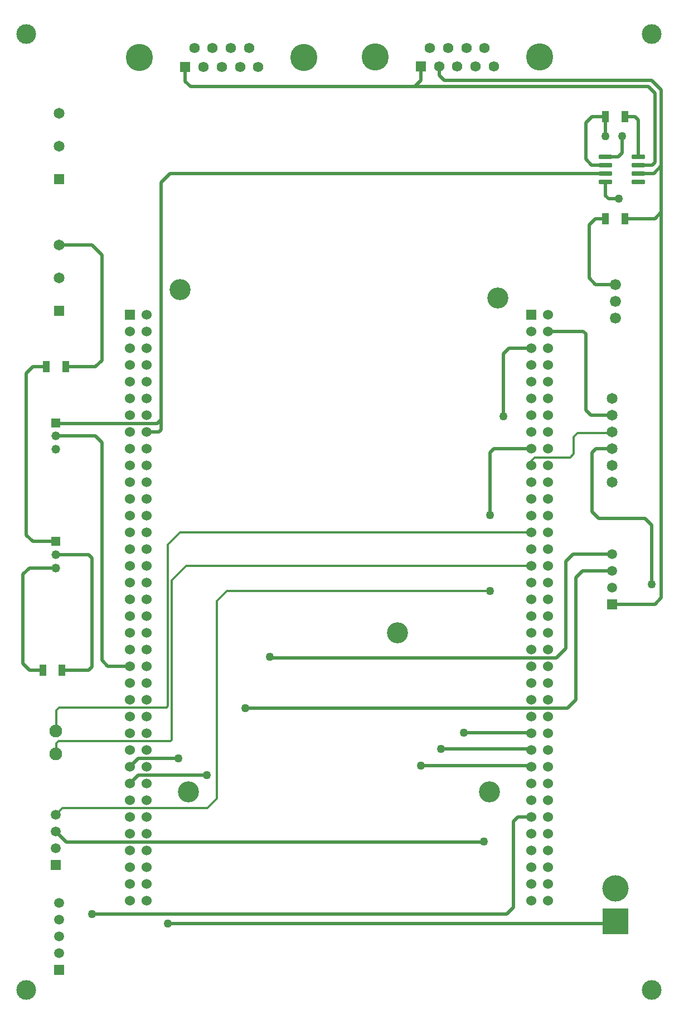
<source format=gtl>
G04*
G04 #@! TF.GenerationSoftware,Altium Limited,Altium Designer,22.8.2 (66)*
G04*
G04 Layer_Physical_Order=1*
G04 Layer_Color=255*
%FSLAX42Y42*%
%MOMM*%
G71*
G04*
G04 #@! TF.SameCoordinates,2FBAE4DF-68DC-433E-BD2C-A1B06293C93E*
G04*
G04*
G04 #@! TF.FilePolarity,Positive*
G04*
G01*
G75*
%ADD16R,1.13X1.77*%
G04:AMPARAMS|DCode=17|XSize=1.97mm|YSize=0.6mm|CornerRadius=0.08mm|HoleSize=0mm|Usage=FLASHONLY|Rotation=0.000|XOffset=0mm|YOffset=0mm|HoleType=Round|Shape=RoundedRectangle|*
%AMROUNDEDRECTD17*
21,1,1.97,0.45,0,0,0.0*
21,1,1.82,0.60,0,0,0.0*
1,1,0.15,0.91,-0.23*
1,1,0.15,-0.91,-0.23*
1,1,0.15,-0.91,0.23*
1,1,0.15,0.91,0.23*
%
%ADD17ROUNDEDRECTD17*%
%ADD38C,0.50*%
%ADD39C,0.35*%
%ADD40R,1.51X1.51*%
%ADD41C,1.51*%
%ADD42R,1.65X1.65*%
%ADD43C,1.65*%
%ADD44C,1.53*%
%ADD45C,3.20*%
%ADD46R,1.53X1.53*%
%ADD47C,1.95*%
%ADD48C,3.00*%
%ADD49C,1.58*%
%ADD50R,1.58X1.58*%
%ADD51C,4.12*%
%ADD52R,1.32X1.32*%
%ADD53C,1.32*%
%ADD54C,1.68*%
%ADD55C,4.00*%
%ADD56R,4.00X4.00*%
%ADD57C,1.27*%
D16*
X850Y9700D02*
D03*
X556D02*
D03*
X503Y5100D02*
D03*
X797D02*
D03*
X9347Y11950D02*
D03*
X9053D02*
D03*
Y13500D02*
D03*
X9347D02*
D03*
D17*
X9547Y12890D02*
D03*
Y12764D02*
D03*
Y12636D02*
D03*
Y12510D02*
D03*
X9053D02*
D03*
Y12636D02*
D03*
Y12764D02*
D03*
Y12890D02*
D03*
D38*
X750Y11550D02*
X1250D01*
X1400Y9800D02*
Y11400D01*
X1250Y11550D02*
X1400Y11400D01*
X2400Y1250D02*
X9200D01*
X3950Y5284D02*
X8305Y5284D01*
X8450Y5429D01*
X8600Y4650D02*
Y6500D01*
X3578Y4522D02*
X8472D01*
X8600Y4650D01*
X8704Y6604D02*
X9150D01*
X8600Y6500D02*
X8704Y6604D01*
X8450Y5429D02*
Y6750D01*
X1952Y3508D02*
X2992D01*
X1825Y3381D02*
X1952Y3508D01*
Y3762D02*
X2562D01*
X1825Y3635D02*
X1952Y3762D01*
X8450Y6750D02*
X8558Y6858D01*
X9150D01*
X9750Y6400D02*
Y7300D01*
X9650Y7400D02*
X9750Y7300D01*
X9154Y6100D02*
X9800D01*
X9900Y6200D01*
X8950Y7400D02*
X9650D01*
X8850Y7500D02*
Y8400D01*
Y7500D02*
X8950Y7400D01*
X8850Y8400D02*
X8906Y8456D01*
X9150D01*
X9900Y6200D02*
Y12050D01*
X9150Y6096D02*
X9154Y6100D01*
X9100Y12250D02*
X9250D01*
X9053Y12297D02*
Y12510D01*
Y12297D02*
X9100Y12250D01*
X9300Y12950D02*
Y13200D01*
X9053Y12890D02*
X9240D01*
X9300Y12950D01*
X7904Y3650D02*
X7921Y3633D01*
X6250Y3650D02*
X7904D01*
X7908Y3900D02*
X7921Y3887D01*
X6550Y3900D02*
X7908D01*
X7912Y4150D02*
X7921Y4141D01*
X6900Y4150D02*
X7912D01*
X2132Y2492D02*
X7192D01*
X7200Y2500D01*
X1772Y2492D02*
X1878D01*
X2026D01*
X700Y2650D02*
X858Y2492D01*
X1772D01*
X2026D02*
X2132D01*
X7650Y1500D02*
Y2800D01*
X7721Y2871D01*
X7550Y1400D02*
X7650Y1500D01*
X7721Y2871D02*
X7921D01*
X700Y8842D02*
X2242Y8842D01*
X8826Y8964D02*
X9150D01*
X8750Y9040D02*
X8826Y8964D01*
X8750Y9040D02*
Y10200D01*
X7300Y7450D02*
Y8400D01*
X7359Y8459D01*
X7921D01*
X7500Y8950D02*
Y9900D01*
X7583Y9983D01*
X7921D01*
X1250Y1400D02*
X7550Y1400D01*
X2265Y8715D02*
X2300Y8750D01*
Y8900D01*
X2242Y8842D02*
X2300Y8900D01*
Y12500D02*
X2436Y12636D01*
X2300Y8900D02*
Y12500D01*
X300Y5100D02*
X503D01*
X200Y5200D02*
Y6550D01*
Y5200D02*
X300Y5100D01*
X200Y6550D02*
X300Y6650D01*
X700D01*
X797Y5100D02*
X1200D01*
X1250Y5150D01*
Y6800D01*
X1200Y6850D02*
X1250Y6800D01*
X700Y6850D02*
X1200D01*
X8713Y10237D02*
X8750Y10200D01*
X850Y9700D02*
X1300D01*
X1400Y9800D01*
X350Y9700D02*
X550D01*
X250Y9600D02*
X350Y9700D01*
X700Y8650D02*
X1300D01*
X1400Y5250D02*
X1491Y5159D01*
X1300Y8650D02*
X1400Y8550D01*
X1491Y5159D02*
X1825D01*
X1400Y5250D02*
Y8550D01*
X8175Y10237D02*
X8713D01*
X2436Y12636D02*
X9053D01*
X250Y7150D02*
Y9600D01*
Y7150D02*
X350Y7050D01*
X700D01*
X9053Y13203D02*
Y13500D01*
X2079Y8715D02*
X2265D01*
X9900Y12050D02*
Y12750D01*
X9800Y11950D02*
X9900Y12050D01*
X9347Y11950D02*
X9800D01*
X8800Y11050D02*
X8900Y10950D01*
X8800Y11050D02*
Y11850D01*
X8900Y10950D02*
X9200D01*
X8800Y11850D02*
X8900Y11950D01*
X9053D01*
X8836Y12764D02*
X9053D01*
X8750Y12850D02*
Y13400D01*
Y12850D02*
X8836Y12764D01*
X8750Y13400D02*
X8850Y13500D01*
X9053D01*
X9550Y12893D02*
Y13450D01*
X9547Y12890D02*
X9550Y12893D01*
X9500Y13500D02*
X9550Y13450D01*
X9347Y13500D02*
X9500D01*
X6522Y14127D02*
Y14258D01*
Y14127D02*
X6600Y14050D01*
X9750D01*
X9900Y12750D02*
Y13900D01*
X9547Y12636D02*
X9786D01*
X9900Y12750D01*
X9750Y14050D02*
X9900Y13900D01*
X9800Y12800D02*
Y13850D01*
X9547Y12764D02*
X9764D01*
X9800Y12800D01*
X9700Y13950D02*
X9800Y13850D01*
X6150Y13950D02*
X9700D01*
X6150D02*
X6246Y14046D01*
Y14258D01*
X2750Y13950D02*
X6150D01*
X2669Y14031D02*
X2750Y13950D01*
X2669Y14031D02*
Y14250D01*
D39*
X800Y3004D02*
X3004D01*
X3150Y3150D01*
Y6150D01*
X3300Y6300D01*
X2589Y7189D02*
X7921D01*
X2681Y6681D02*
X7921D01*
X752Y4532D02*
X2382D01*
X2402Y4552D02*
Y7002D01*
X2382Y4532D02*
X2402Y4552D01*
X3300Y6300D02*
X7300D01*
X2402Y7002D02*
X2589Y7189D01*
X2463Y4041D02*
Y6463D01*
X2442Y4020D02*
X2463Y4041D01*
Y6463D02*
X2681Y6681D01*
X740Y4020D02*
X2442D01*
X700Y2904D02*
X800Y3004D01*
X8630Y8700D02*
X9134D01*
X8570Y8380D02*
Y8640D01*
X8630Y8700D01*
X8514Y8324D02*
X8570Y8380D01*
X8224Y8324D02*
X8514D01*
X7974D02*
X8224D01*
X7921Y8271D02*
X7974Y8324D01*
X7921Y8205D02*
Y8271D01*
X710Y4185D02*
Y4490D01*
X752Y4532D01*
X710Y3835D02*
Y3990D01*
X740Y4020D01*
X700Y3825D02*
X710Y3835D01*
X700Y4175D02*
X710Y4185D01*
D40*
X700Y2146D02*
D03*
X9150Y6096D02*
D03*
X750Y550D02*
D03*
D41*
X700Y2400D02*
D03*
Y2654D02*
D03*
Y2908D02*
D03*
X9150Y6350D02*
D03*
Y6604D02*
D03*
Y6858D02*
D03*
X750Y804D02*
D03*
Y1058D02*
D03*
Y1312D02*
D03*
Y1566D02*
D03*
D42*
Y10550D02*
D03*
Y12550D02*
D03*
D43*
Y11050D02*
D03*
Y11550D02*
D03*
Y13050D02*
D03*
Y13550D02*
D03*
X9150Y8456D02*
D03*
Y8202D02*
D03*
Y7948D02*
D03*
Y8710D02*
D03*
Y8964D02*
D03*
Y9218D02*
D03*
D44*
X8175Y1601D02*
D03*
X7921D02*
D03*
X8175Y1855D02*
D03*
X7921D02*
D03*
X8175Y2109D02*
D03*
X7921D02*
D03*
X8175Y2363D02*
D03*
X7921D02*
D03*
X8175Y2617D02*
D03*
X7921D02*
D03*
X8175Y2871D02*
D03*
X7921D02*
D03*
X8175Y3125D02*
D03*
X7921D02*
D03*
X8175Y3379D02*
D03*
X7921D02*
D03*
X8175Y3633D02*
D03*
X7921D02*
D03*
X8175Y3887D02*
D03*
X7921D02*
D03*
X8175Y4141D02*
D03*
X7921D02*
D03*
X8175Y4395D02*
D03*
X7921D02*
D03*
X8175Y4649D02*
D03*
X7921D02*
D03*
X8175Y4903D02*
D03*
X7921D02*
D03*
X8175Y5157D02*
D03*
X7921D02*
D03*
X8175Y5411D02*
D03*
X7921D02*
D03*
X8175Y5665D02*
D03*
X7921D02*
D03*
X8175Y5919D02*
D03*
X7921D02*
D03*
X8175Y6173D02*
D03*
X7921D02*
D03*
X8175Y6427D02*
D03*
X7921D02*
D03*
X8175Y6681D02*
D03*
X7921D02*
D03*
X8175Y6935D02*
D03*
X7921D02*
D03*
X8175Y7189D02*
D03*
X7921D02*
D03*
X8175Y7443D02*
D03*
X7921D02*
D03*
X8175Y7697D02*
D03*
X7921D02*
D03*
X8175Y7951D02*
D03*
X7921D02*
D03*
X8175Y8205D02*
D03*
X7921D02*
D03*
X8175Y8459D02*
D03*
X7921D02*
D03*
X8175Y8713D02*
D03*
X7921D02*
D03*
X8175Y8967D02*
D03*
X7921D02*
D03*
X8175Y9221D02*
D03*
X7921D02*
D03*
X8175Y9475D02*
D03*
X7921D02*
D03*
X8175Y9729D02*
D03*
X7921D02*
D03*
X8175Y9983D02*
D03*
X7921D02*
D03*
X8175Y10237D02*
D03*
X7921D02*
D03*
X2079Y1603D02*
D03*
X1825D02*
D03*
X8175Y10491D02*
D03*
X2079Y1857D02*
D03*
X1825D02*
D03*
X2079Y2111D02*
D03*
X1825D02*
D03*
X2079Y2365D02*
D03*
X1825D02*
D03*
X2079Y2619D02*
D03*
X1825D02*
D03*
X2079Y2873D02*
D03*
X1825D02*
D03*
X2079Y3127D02*
D03*
X1825D02*
D03*
X2079Y3381D02*
D03*
X1825D02*
D03*
X2079Y3635D02*
D03*
X1825D02*
D03*
X2079Y3889D02*
D03*
X1825D02*
D03*
X2079Y4143D02*
D03*
X1825D02*
D03*
X2079Y4397D02*
D03*
X1825D02*
D03*
X2079Y4651D02*
D03*
X1825D02*
D03*
X2079Y4905D02*
D03*
X1825D02*
D03*
X2079Y5159D02*
D03*
X1825D02*
D03*
X2079Y5413D02*
D03*
X1825D02*
D03*
X2079Y5667D02*
D03*
X1825D02*
D03*
X2079Y5921D02*
D03*
X1825D02*
D03*
X2079Y6175D02*
D03*
X1825D02*
D03*
X2079Y6429D02*
D03*
X1825D02*
D03*
X2079Y6683D02*
D03*
X1825D02*
D03*
X2079Y6937D02*
D03*
X1825D02*
D03*
X2079Y7191D02*
D03*
X1825D02*
D03*
X2079Y7445D02*
D03*
X1825D02*
D03*
X2079Y7699D02*
D03*
X1825D02*
D03*
X2079Y7953D02*
D03*
X1825D02*
D03*
X2079Y8207D02*
D03*
X1825D02*
D03*
X2079Y8461D02*
D03*
X1825D02*
D03*
X2079Y8715D02*
D03*
X1825D02*
D03*
X2079Y8969D02*
D03*
X1825D02*
D03*
X2079Y9223D02*
D03*
X1825D02*
D03*
X2079Y9477D02*
D03*
X1825D02*
D03*
X2079Y9731D02*
D03*
X1825D02*
D03*
X2079Y9985D02*
D03*
X1825D02*
D03*
X2079Y10239D02*
D03*
X1825D02*
D03*
X2079Y10493D02*
D03*
D45*
X2587Y10874D02*
D03*
X5889Y5667D02*
D03*
X7413Y10747D02*
D03*
X7286Y3254D02*
D03*
X2714D02*
D03*
D46*
X7921Y10491D02*
D03*
X1825Y10493D02*
D03*
D47*
X700Y3825D02*
D03*
Y4175D02*
D03*
D48*
X250Y14750D02*
D03*
X9750D02*
D03*
Y250D02*
D03*
X250D02*
D03*
D49*
X3777Y14250D02*
D03*
X3638Y14534D02*
D03*
X3500Y14250D02*
D03*
X3362Y14534D02*
D03*
X3223Y14250D02*
D03*
X3084Y14534D02*
D03*
X2946Y14250D02*
D03*
X2808Y14534D02*
D03*
X6384Y14542D02*
D03*
X6522Y14258D02*
D03*
X6661Y14542D02*
D03*
X6800Y14258D02*
D03*
X6938Y14542D02*
D03*
X7076Y14258D02*
D03*
X7215Y14542D02*
D03*
X7354Y14258D02*
D03*
D50*
X2669Y14250D02*
D03*
X6246Y14258D02*
D03*
D51*
X4472Y14392D02*
D03*
X1974D02*
D03*
X5550Y14400D02*
D03*
X8049D02*
D03*
D52*
X700Y7050D02*
D03*
Y8850D02*
D03*
D53*
Y6850D02*
D03*
Y6650D02*
D03*
Y8650D02*
D03*
Y8450D02*
D03*
D54*
X9200Y10950D02*
D03*
Y10442D02*
D03*
Y10696D02*
D03*
D55*
Y1790D02*
D03*
D56*
Y1290D02*
D03*
D57*
X3950Y5300D02*
D03*
X3578Y4522D02*
D03*
X2992Y3508D02*
D03*
X2562Y3762D02*
D03*
X9750Y6400D02*
D03*
X9250Y12250D02*
D03*
X9300Y13200D02*
D03*
X6250Y3650D02*
D03*
X6550Y3900D02*
D03*
X6900Y4150D02*
D03*
X2400Y1250D02*
D03*
X7200Y2500D02*
D03*
X7300Y6300D02*
D03*
Y7450D02*
D03*
X7500Y8950D02*
D03*
X1250Y1400D02*
D03*
X9050Y13200D02*
D03*
M02*

</source>
